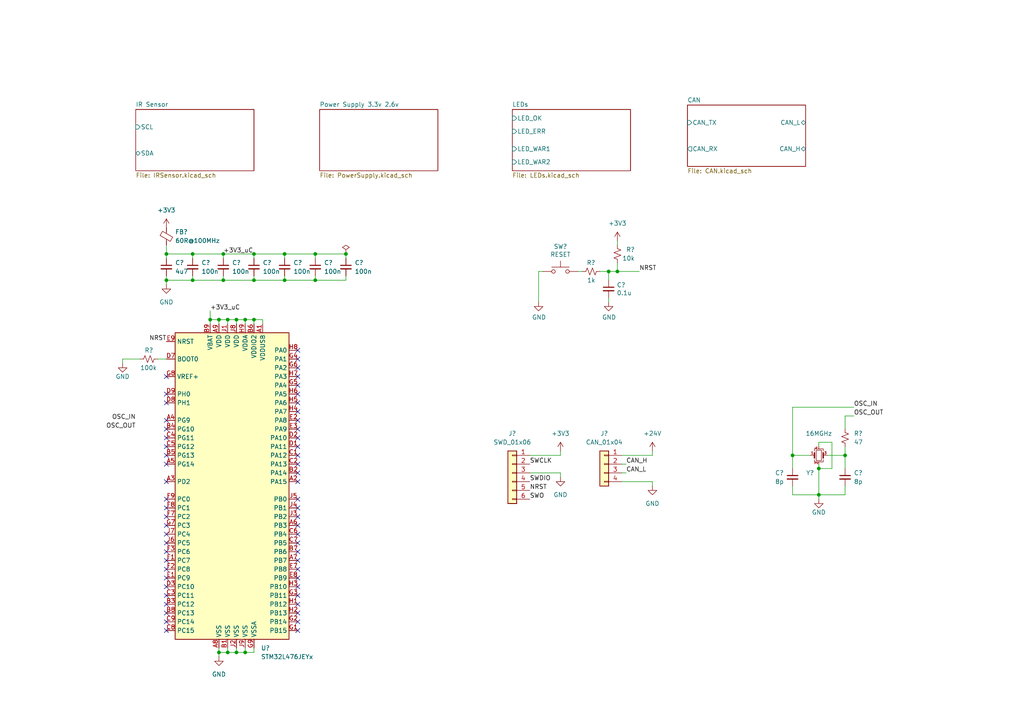
<source format=kicad_sch>
(kicad_sch (version 20211123) (generator eeschema)
  (paper "A4")
  (lib_symbols
    (symbol "Connector_Generic:Conn_01x04" (pin_names (offset 1.016) hide)
      (property "Reference" "J" (at 0 5.08 0))
      (property "Value" "Conn_01x04" (at 0 -7.62 0))
      (symbol "Conn_01x04_1_1"
        (rectangle (start -1.27 -4.953) (end 0 -5.207) (stroke (width 0.1524)))
        (rectangle (start -1.27 -2.413) (end 0 -2.667) (stroke (width 0.1524)))
        (rectangle (start -1.27 0.127) (end 0 -0.127) (stroke (width 0.1524)))
        (rectangle (start -1.27 2.667) (end 0 2.413) (stroke (width 0.1524)))
        (rectangle (start -1.27 3.81) (end 1.27 -6.35) (stroke (width 0.254)) (fill (type background)))
        (pin passive line (at -5.08 2.54 0) (length 3.81) (name "Pin_1") (number "1"))
        (pin passive line (at -5.08 0 0) (length 3.81) (name "Pin_2") (number "2"))
        (pin passive line (at -5.08 -2.54 0) (length 3.81) (name "Pin_3") (number "3"))
        (pin passive line (at -5.08 -5.08 0) (length 3.81) (name "Pin_4") (number "4"))
      )
    )
    (symbol "Connector_Generic:Conn_01x06" (pin_names (offset 1.016) hide)
      (property "Reference" "J" (at 0 7.62 0))
      (property "Value" "Conn_01x06" (at 0 -10.16 0))
      (symbol "Conn_01x06_1_1"
        (rectangle (start -1.27 -7.493) (end 0 -7.747) (stroke (width 0.1524)))
        (rectangle (start -1.27 -4.953) (end 0 -5.207) (stroke (width 0.1524)))
        (rectangle (start -1.27 -2.413) (end 0 -2.667) (stroke (width 0.1524)))
        (rectangle (start -1.27 0.127) (end 0 -0.127) (stroke (width 0.1524)))
        (rectangle (start -1.27 2.667) (end 0 2.413) (stroke (width 0.1524)))
        (rectangle (start -1.27 5.207) (end 0 4.953) (stroke (width 0.1524)))
        (rectangle (start -1.27 6.35) (end 1.27 -8.89) (stroke (width 0.254)) (fill (type background)))
        (pin passive line (at -5.08 5.08 0) (length 3.81) (name "Pin_1") (number "1"))
        (pin passive line (at -5.08 2.54 0) (length 3.81) (name "Pin_2") (number "2"))
        (pin passive line (at -5.08 0 0) (length 3.81) (name "Pin_3") (number "3"))
        (pin passive line (at -5.08 -2.54 0) (length 3.81) (name "Pin_4") (number "4"))
        (pin passive line (at -5.08 -5.08 0) (length 3.81) (name "Pin_5") (number "5"))
        (pin passive line (at -5.08 -7.62 0) (length 3.81) (name "Pin_6") (number "6"))
      )
    )
    (symbol "Device:C_Small" (pin_numbers hide) (pin_names (offset 0.254) hide)
      (property "Reference" "C" (at 0.254 1.778 0))
      (property "Value" "C_Small" (at 0.254 -2.032 0))
      (symbol "C_Small_0_1"
        (polyline (pts (xy -1.524 -0.508) (xy 1.524 -0.508)) (stroke (width 0.3302)))
        (polyline (pts (xy -1.524 0.508) (xy 1.524 0.508)) (stroke (width 0.3048)))
      )
      (symbol "C_Small_1_1"
        (pin passive line (at 0 2.54 270) (length 2.032) (name "~") (number "1"))
        (pin passive line (at 0 -2.54 90) (length 2.032) (name "~") (number "2"))
      )
    )
    (symbol "Device:Crystal_GND24_Small" (pin_names (offset 1.016) hide)
      (property "Reference" "Y" (at 1.27 4.445 0))
      (property "Value" "Crystal_GND24_Small" (at 1.27 2.54 0))
      (symbol "Crystal_GND24_Small_0_1"
        (rectangle (start -0.762 -1.524) (end 0.762 1.524))
        (polyline (pts (xy -1.27 -0.762) (xy -1.27 0.762)) (stroke (width 0.381)))
        (polyline (pts (xy 1.27 -0.762) (xy 1.27 0.762)) (stroke (width 0.381)))
        (polyline (pts (xy -1.27 -1.27) (xy -1.27 -1.905) (xy 1.27 -1.905) (xy 1.27 -1.27)))
        (polyline (pts (xy -1.27 1.27) (xy -1.27 1.905) (xy 1.27 1.905) (xy 1.27 1.27)))
      )
      (symbol "Crystal_GND24_Small_1_1"
        (pin passive line (at -2.54 0 0) (length 1.27) (name "1") (number "1"))
        (pin passive line (at 0 -2.54 90) (length 0.635) (name "2") (number "2"))
        (pin passive line (at 2.54 0 180) (length 1.27) (name "3") (number "3"))
        (pin passive line (at 0 2.54 270) (length 0.635) (name "4") (number "4"))
      )
    )
    (symbol "Device:FerriteBead_Small" (pin_numbers hide) (pin_names (offset 0))
      (property "Reference" "FB" (at 1.905 1.27 0))
      (property "Value" "FerriteBead_Small" (at 1.905 -1.27 0))
      (symbol "FerriteBead_Small_0_1"
        (polyline (pts (xy 0 -1.27) (xy 0 -0.7874)))
        (polyline (pts (xy 0 0.889) (xy 0 1.2954)))
        (polyline (pts (xy -1.8288 0.2794) (xy -1.1176 1.4986) (xy 1.8288 -0.2032) (xy 1.1176 -1.4224) (xy -1.8288 0.2794)))
      )
      (symbol "FerriteBead_Small_1_1"
        (pin passive line (at 0 2.54 270) (length 1.27) (name "~") (number "1"))
        (pin passive line (at 0 -2.54 90) (length 1.27) (name "~") (number "2"))
      )
    )
    (symbol "Device:R_Small_US" (pin_numbers hide) (pin_names (offset 0.254) hide)
      (property "Reference" "R" (at 0.762 0.508 0))
      (property "Value" "R_Small_US" (at 0.762 -1.016 0))
      (symbol "R_Small_US_1_1"
        (polyline (pts (xy 0 0) (xy 1.016 -0.381) (xy 0 -0.762) (xy -1.016 -1.143) (xy 0 -1.524)))
        (polyline (pts (xy 0 1.524) (xy 1.016 1.143) (xy 0 0.762) (xy -1.016 0.381) (xy 0 0)))
        (pin passive line (at 0 2.54 270) (length 1.016) (name "~") (number "1"))
        (pin passive line (at 0 -2.54 90) (length 1.016) (name "~") (number "2"))
      )
    )
    (symbol "MCU_ST_STM32L4:STM32L476JEYx"
      (property "Reference" "U" (at -17.78 44.45 0))
      (property "Value" "STM32L476JEYx" (at 10.16 44.45 0))
      (symbol "STM32L476JEYx_0_1"
        (rectangle (start -17.78 -45.72) (end 15.24 43.18) (stroke (width 0.254)) (fill (type background)))
      )
      (symbol "STM32L476JEYx_1_1"
        (pin power_in line (at 7.62 45.72 270) (length 2.54) (name "VDDUSB") (number "A1"))
        (pin bidirectional line (at 17.78 0 180) (length 2.54) (name "PA15") (number "A2"))
        (pin bidirectional line (at -20.32 0 0) (length 2.54) (name "PD2") (number "A3"))
        (pin bidirectional line (at -20.32 17.78 0) (length 2.54) (name "PG9") (number "A4"))
        (pin bidirectional line (at -20.32 5.08 0) (length 2.54) (name "PG14") (number "A5"))
        (pin bidirectional line (at 17.78 -12.7 180) (length 2.54) (name "PB3") (number "A6"))
        (pin bidirectional line (at 17.78 -22.86 180) (length 2.54) (name "PB7") (number "A7"))
        (pin power_in line (at -5.08 -48.26 90) (length 2.54) (name "VSS") (number "A8"))
        (pin power_in line (at -5.08 45.72 270) (length 2.54) (name "VDD") (number "A9"))
        (pin power_in line (at -2.54 -48.26 90) (length 2.54) (name "VSS") (number "B1"))
        (pin bidirectional line (at 17.78 2.54 180) (length 2.54) (name "PA14") (number "B2"))
        (pin bidirectional line (at -20.32 -35.56 0) (length 2.54) (name "PC12") (number "B3"))
        (pin bidirectional line (at -20.32 15.24 0) (length 2.54) (name "PG10") (number "B4"))
        (pin bidirectional line (at -20.32 7.62 0) (length 2.54) (name "PG13") (number "B5"))
        (pin power_in line (at 5.08 45.72 270) (length 2.54) (name "VDDIO2") (number "B6"))
        (pin bidirectional line (at 17.78 -20.32 180) (length 2.54) (name "PB6") (number "B7"))
        (pin bidirectional line (at -20.32 -38.1 0) (length 2.54) (name "PC13") (number "B8"))
        (pin power_in line (at -7.62 45.72 270) (length 2.54) (name "VBAT") (number "B9"))
        (pin bidirectional line (at 17.78 7.62 180) (length 2.54) (name "PA12") (number "C1"))
        (pin bidirectional line (at 17.78 5.08 180) (length 2.54) (name "PA13") (number "C2"))
        (pin bidirectional line (at -20.32 -33.02 0) (length 2.54) (name "PC11") (number "C3"))
        (pin bidirectional line (at -20.32 12.7 0) (length 2.54) (name "PG11") (number "C4"))
        (pin bidirectional line (at -20.32 10.16 0) (length 2.54) (name "PG12") (number "C5"))
        (pin bidirectional line (at 17.78 -15.24 180) (length 2.54) (name "PB4") (number "C6"))
        (pin bidirectional line (at 17.78 -17.78 180) (length 2.54) (name "PB5") (number "C7"))
        (pin bidirectional line (at -20.32 -43.18 0) (length 2.54) (name "PC15") (number "C8"))
        (pin bidirectional line (at -20.32 -40.64 0) (length 2.54) (name "PC14") (number "C9"))
        (pin bidirectional line (at 17.78 10.16 180) (length 2.54) (name "PA11") (number "D1"))
        (pin bidirectional line (at 17.78 12.7 180) (length 2.54) (name "PA10") (number "D2"))
        (pin bidirectional line (at -20.32 -30.48 0) (length 2.54) (name "PC10") (number "D3"))
        (pin input line (at -20.32 35.56 0) (length 2.54) (name "BOOT0") (number "D7"))
        (pin input line (at -20.32 22.86 0) (length 2.54) (name "PH1") (number "D8"))
        (pin input line (at -20.32 25.4 0) (length 2.54) (name "PH0") (number "D9"))
        (pin bidirectional line (at -20.32 -27.94 0) (length 2.54) (name "PC9") (number "E1"))
        (pin bidirectional line (at 17.78 17.78 180) (length 2.54) (name "PA8") (number "E2"))
        (pin bidirectional line (at 17.78 15.24 180) (length 2.54) (name "PA9") (number "E3"))
        (pin bidirectional line (at 17.78 -25.4 180) (length 2.54) (name "PB8") (number "E7"))
        (pin bidirectional line (at 17.78 -27.94 180) (length 2.54) (name "PB9") (number "E8"))
        (pin input line (at -20.32 40.64 0) (length 2.54) (name "NRST") (number "E9"))
        (pin bidirectional line (at -20.32 -22.86 0) (length 2.54) (name "PC7") (number "F1"))
        (pin bidirectional line (at -20.32 -25.4 0) (length 2.54) (name "PC8") (number "F2"))
        (pin bidirectional line (at -20.32 -20.32 0) (length 2.54) (name "PC6") (number "F3"))
        (pin bidirectional line (at -20.32 -10.16 0) (length 2.54) (name "PC2") (number "F7"))
        (pin bidirectional line (at -20.32 -7.62 0) (length 2.54) (name "PC1") (number "F8"))
        (pin bidirectional line (at -20.32 -5.08 0) (length 2.54) (name "PC0") (number "F9"))
        (pin bidirectional line (at 17.78 -43.18 180) (length 2.54) (name "PB15") (number "G1"))
        (pin bidirectional line (at 17.78 -40.64 180) (length 2.54) (name "PB14") (number "G2"))
        (pin bidirectional line (at 17.78 -33.02 180) (length 2.54) (name "PB11") (number "G3"))
        (pin bidirectional line (at 17.78 35.56 180) (length 2.54) (name "PA1") (number "G4"))
        (pin bidirectional line (at 17.78 27.94 180) (length 2.54) (name "PA4") (number "G5"))
        (pin bidirectional line (at 17.78 33.02 180) (length 2.54) (name "PA2") (number "G6"))
        (pin bidirectional line (at -20.32 -12.7 0) (length 2.54) (name "PC3") (number "G7"))
        (pin bidirectional line (at -20.32 30.48 0) (length 2.54) (name "VREF+") (number "G8"))
        (pin power_in line (at 5.08 -48.26 90) (length 2.54) (name "VSSA") (number "G9"))
        (pin bidirectional line (at 17.78 -35.56 180) (length 2.54) (name "PB12") (number "H1"))
        (pin bidirectional line (at 17.78 -38.1 180) (length 2.54) (name "PB13") (number "H2"))
        (pin bidirectional line (at 17.78 -30.48 180) (length 2.54) (name "PB10") (number "H3"))
        (pin bidirectional line (at 17.78 20.32 180) (length 2.54) (name "PA7") (number "H4"))
        (pin bidirectional line (at 17.78 22.86 180) (length 2.54) (name "PA6") (number "H5"))
        (pin bidirectional line (at 17.78 25.4 180) (length 2.54) (name "PA5") (number "H6"))
        (pin bidirectional line (at 17.78 30.48 180) (length 2.54) (name "PA3") (number "H7"))
        (pin bidirectional line (at 17.78 38.1 180) (length 2.54) (name "PA0") (number "H8"))
        (pin power_in line (at 2.54 45.72 270) (length 2.54) (name "VDDA") (number "H9"))
        (pin power_in line (at -2.54 45.72 270) (length 2.54) (name "VDD") (number "J1"))
        (pin power_in line (at 0 -48.26 90) (length 2.54) (name "VSS") (number "J2"))
        (pin bidirectional line (at 17.78 -10.16 180) (length 2.54) (name "PB2") (number "J3"))
        (pin bidirectional line (at 17.78 -7.62 180) (length 2.54) (name "PB1") (number "J4"))
        (pin bidirectional line (at 17.78 -5.08 180) (length 2.54) (name "PB0") (number "J5"))
        (pin bidirectional line (at -20.32 -17.78 0) (length 2.54) (name "PC5") (number "J6"))
        (pin bidirectional line (at -20.32 -15.24 0) (length 2.54) (name "PC4") (number "J7"))
        (pin power_in line (at 0 45.72 270) (length 2.54) (name "VDD") (number "J8"))
        (pin power_in line (at 2.54 -48.26 90) (length 2.54) (name "VSS") (number "J9"))
      )
    )
    (symbol "SB-Spoko-Bezpieczniki-rescue:C_Small-Device" (pin_numbers hide) (pin_names (offset 0.254) hide)
      (property "Reference" "C" (at 0.254 1.778 0))
      (property "Value" "SB-Spoko-Bezpieczniki-rescue_C_Small-Device" (at 0.254 -2.032 0))
      (symbol "C_Small-Device_0_1"
        (polyline (pts (xy -1.524 -0.508) (xy 1.524 -0.508)) (stroke (width 0.3302)))
        (polyline (pts (xy -1.524 0.508) (xy 1.524 0.508)) (stroke (width 0.3048)))
      )
      (symbol "C_Small-Device_1_1"
        (pin passive line (at 0 2.54 270) (length 2.032) (name "~") (number "1"))
        (pin passive line (at 0 -2.54 90) (length 2.032) (name "~") (number "2"))
      )
    )
    (symbol "SB-Spoko-Bezpieczniki-rescue:GND-power" (power) (pin_names (offset 0))
      (property "Value" "SB-Spoko-Bezpieczniki-rescue_GND-power" (at 0 -3.81 0))
      (symbol "GND-power_0_1"
        (polyline (pts (xy 0 0) (xy 0 -1.27) (xy 1.27 -1.27) (xy 0 -2.54) (xy -1.27 -1.27) (xy 0 -1.27)))
      )
      (symbol "GND-power_1_1"
        (pin power_in line (at 0 0 270) (length 0) hide (name "GND") (number "1"))
      )
    )
    (symbol "SB-Spoko-Bezpieczniki-rescue:SW_Push-Switch" (pin_numbers hide) (pin_names (offset 1.016) hide)
      (property "Reference" "SW" (at 1.27 2.54 0))
      (property "Value" "SB-Spoko-Bezpieczniki-rescue_SW_Push-Switch" (at 0 -1.524 0))
      (symbol "SW_Push-Switch_0_1"
        (circle (center -2.032 0) (radius 0.508))
        (polyline (pts (xy 0 1.27) (xy 0 3.048)))
        (polyline (pts (xy 2.54 1.27) (xy -2.54 1.27)))
        (circle (center 2.032 0) (radius 0.508))
        (pin passive line (at -5.08 0 0) (length 2.54) (name "1") (number "1"))
        (pin passive line (at 5.08 0 180) (length 2.54) (name "2") (number "2"))
      )
    )
    (symbol "power:+24V" (power) (pin_names (offset 0))
      (property "Value" "+24V" (at 0 3.556 0))
      (symbol "+24V_0_1"
        (polyline (pts (xy -0.762 1.27) (xy 0 2.54)))
        (polyline (pts (xy 0 0) (xy 0 2.54)))
        (polyline (pts (xy 0 2.54) (xy 0.762 1.27)))
      )
      (symbol "+24V_1_1"
        (pin power_in line (at 0 0 90) (length 0) hide (name "+24V") (number "1"))
      )
    )
    (symbol "power:+3V3" (power) (pin_names (offset 0))
      (property "Value" "+3V3" (at 0 3.556 0))
      (symbol "+3V3_0_1"
        (polyline (pts (xy -0.762 1.27) (xy 0 2.54)))
        (polyline (pts (xy 0 0) (xy 0 2.54)))
        (polyline (pts (xy 0 2.54) (xy 0.762 1.27)))
      )
      (symbol "+3V3_1_1"
        (pin power_in line (at 0 0 90) (length 0) hide (name "+3V3") (number "1"))
      )
    )
    (symbol "power:GND" (power) (pin_names (offset 0))
      (property "Value" "GND" (at 0 -3.81 0))
      (symbol "GND_0_1"
        (polyline (pts (xy 0 0) (xy 0 -1.27) (xy 1.27 -1.27) (xy 0 -2.54) (xy -1.27 -1.27) (xy 0 -1.27)))
      )
      (symbol "GND_1_1"
        (pin power_in line (at 0 0 270) (length 0) hide (name "GND") (number "1"))
      )
    )
    (symbol "power:PWR_FLAG" (power) (pin_numbers hide) (pin_names (offset 0) hide)
      (property "Value" "PWR_FLAG" (at 0 3.81 0))
      (symbol "PWR_FLAG_0_0"
        (pin power_out line (at 0 0 90) (length 0) (name "pwr") (number "1"))
      )
      (symbol "PWR_FLAG_0_1"
        (polyline (pts (xy 0 0) (xy 0 1.27) (xy -1.016 1.905) (xy 0 2.54) (xy 1.016 1.905) (xy 0 1.27)))
      )
    )
  )
  (junction (at 60.96 92.71))
  (junction (at 48.26 81.28))
  (junction (at 73.66 92.71))
  (junction (at 91.44 73.66))
  (junction (at 179.07 78.74))
  (junction (at 82.55 73.66))
  (junction (at 100.33 73.66))
  (junction (at 55.88 81.28))
  (junction (at 71.12 189.23))
  (junction (at 176.53 78.74))
  (junction (at 71.12 92.71))
  (junction (at 82.55 81.28))
  (junction (at 237.49 143.51))
  (junction (at 63.5 92.71))
  (junction (at 73.66 73.66))
  (junction (at 68.58 189.23))
  (junction (at 245.11 132.08))
  (junction (at 237.49 135.89))
  (junction (at 64.77 73.66))
  (junction (at 64.77 81.28))
  (junction (at 91.44 81.28))
  (junction (at 73.66 81.28))
  (junction (at 48.26 73.66))
  (junction (at 63.5 189.23))
  (junction (at 229.87 132.08))
  (junction (at 66.04 92.71))
  (junction (at 68.58 92.71))
  (junction (at 66.04 189.23))
  (junction (at 55.88 73.66))
  (no_connect (at 86.36 137.16))
  (no_connect (at 86.36 139.7))
  (no_connect (at 86.36 144.78))
  (no_connect (at 48.26 124.46))
  (no_connect (at 48.26 121.92))
  (no_connect (at 48.26 116.84))
  (no_connect (at 48.26 114.3))
  (no_connect (at 48.26 109.22))
  (no_connect (at 48.26 144.78))
  (no_connect (at 48.26 139.7))
  (no_connect (at 48.26 134.62))
  (no_connect (at 48.26 132.08))
  (no_connect (at 48.26 129.54))
  (no_connect (at 48.26 127))
  (no_connect (at 48.26 157.48))
  (no_connect (at 48.26 154.94))
  (no_connect (at 48.26 152.4))
  (no_connect (at 48.26 149.86))
  (no_connect (at 48.26 147.32))
  (no_connect (at 48.26 167.64))
  (no_connect (at 48.26 170.18))
  (no_connect (at 48.26 165.1))
  (no_connect (at 48.26 162.56))
  (no_connect (at 48.26 160.02))
  (no_connect (at 48.26 172.72))
  (no_connect (at 86.36 172.72))
  (no_connect (at 86.36 175.26))
  (no_connect (at 86.36 177.8))
  (no_connect (at 86.36 180.34))
  (no_connect (at 86.36 182.88))
  (no_connect (at 48.26 180.34))
  (no_connect (at 48.26 177.8))
  (no_connect (at 48.26 175.26))
  (no_connect (at 48.26 182.88))
  (no_connect (at 86.36 147.32))
  (no_connect (at 86.36 149.86))
  (no_connect (at 86.36 152.4))
  (no_connect (at 86.36 154.94))
  (no_connect (at 86.36 157.48))
  (no_connect (at 86.36 160.02))
  (no_connect (at 86.36 162.56))
  (no_connect (at 86.36 165.1))
  (no_connect (at 86.36 167.64))
  (no_connect (at 86.36 170.18))
  (no_connect (at 86.36 101.6))
  (no_connect (at 86.36 104.14))
  (no_connect (at 86.36 132.08))
  (no_connect (at 86.36 134.62))
  (no_connect (at 86.36 106.68))
  (no_connect (at 86.36 109.22))
  (no_connect (at 86.36 111.76))
  (no_connect (at 86.36 114.3))
  (no_connect (at 86.36 116.84))
  (no_connect (at 86.36 119.38))
  (no_connect (at 86.36 121.92))
  (no_connect (at 86.36 124.46))
  (no_connect (at 86.36 127))
  (no_connect (at 86.36 129.54))
  (wire (pts (xy 76.2 93.98) (xy 76.2 92.71)))
  (wire (pts (xy 71.12 92.71) (xy 68.58 92.71)))
  (wire (pts (xy 73.66 189.23) (xy 73.66 187.96)))
  (wire (pts (xy 100.33 80.01) (xy 100.33 81.28)))
  (wire (pts (xy 63.5 92.71) (xy 63.5 93.98)))
  (wire (pts (xy 64.77 80.01) (xy 64.77 81.28)))
  (wire (pts (xy 245.11 120.65) (xy 245.11 124.46)))
  (wire (pts (xy 153.67 137.16) (xy 162.56 137.16)))
  (wire (pts (xy 91.44 81.28) (xy 100.33 81.28)))
  (wire (pts (xy 48.26 81.28) (xy 55.88 81.28)))
  (wire (pts (xy 68.58 92.71) (xy 68.58 93.98)))
  (wire (pts (xy 45.72 104.14) (xy 48.26 104.14)))
  (wire (pts (xy 179.07 78.74) (xy 185.42 78.74)))
  (wire (pts (xy 189.23 139.7) (xy 189.23 140.97)))
  (wire (pts (xy 66.04 92.71) (xy 63.5 92.71)))
  (wire (pts (xy 68.58 187.96) (xy 68.58 189.23)))
  (wire (pts (xy 73.66 92.71) (xy 71.12 92.71)))
  (wire (pts (xy 162.56 132.08) (xy 162.56 130.81)))
  (wire (pts (xy 237.49 143.51) (xy 237.49 144.78)))
  (wire (pts (xy 162.56 137.16) (xy 162.56 138.43)))
  (wire (pts (xy 35.56 104.14) (xy 40.64 104.14)))
  (wire (pts (xy 63.5 92.71) (xy 60.96 92.71)))
  (wire (pts (xy 173.99 78.74) (xy 176.53 78.74)))
  (wire (pts (xy 82.55 73.66) (xy 91.44 73.66)))
  (wire (pts (xy 229.87 132.08) (xy 229.87 135.89)))
  (wire (pts (xy 180.34 137.16) (xy 181.61 137.16)))
  (wire (pts (xy 64.77 73.66) (xy 73.66 73.66)))
  (wire (pts (xy 55.88 73.66) (xy 64.77 73.66)))
  (wire (pts (xy 63.5 187.96) (xy 63.5 189.23)))
  (wire (pts (xy 64.77 81.28) (xy 73.66 81.28)))
  (wire (pts (xy 237.49 129.54) (xy 237.49 128.27)))
  (wire (pts (xy 48.26 80.01) (xy 48.26 81.28)))
  (wire (pts (xy 237.49 134.62) (xy 237.49 135.89)))
  (wire (pts (xy 48.26 71.12) (xy 48.26 73.66)))
  (wire (pts (xy 71.12 187.96) (xy 71.12 189.23)))
  (wire (pts (xy 179.07 69.85) (xy 179.07 71.12)))
  (wire (pts (xy 55.88 73.66) (xy 55.88 74.93)))
  (wire (pts (xy 63.5 189.23) (xy 66.04 189.23)))
  (wire (pts (xy 156.21 78.74) (xy 156.21 87.63)))
  (wire (pts (xy 60.96 90.17) (xy 60.96 92.71)))
  (wire (pts (xy 153.67 132.08) (xy 162.56 132.08)))
  (wire (pts (xy 176.53 86.36) (xy 176.53 87.63)))
  (wire (pts (xy 68.58 189.23) (xy 71.12 189.23)))
  (wire (pts (xy 237.49 128.27) (xy 241.3 128.27)))
  (wire (pts (xy 176.53 78.74) (xy 176.53 81.28)))
  (wire (pts (xy 82.55 81.28) (xy 91.44 81.28)))
  (wire (pts (xy 189.23 132.08) (xy 189.23 130.81)))
  (wire (pts (xy 73.66 80.01) (xy 73.66 81.28)))
  (wire (pts (xy 229.87 143.51) (xy 237.49 143.51)))
  (wire (pts (xy 241.3 128.27) (xy 241.3 135.89)))
  (wire (pts (xy 73.66 73.66) (xy 82.55 73.66)))
  (wire (pts (xy 63.5 189.23) (xy 63.5 190.5)))
  (wire (pts (xy 66.04 92.71) (xy 66.04 93.98)))
  (wire (pts (xy 237.49 135.89) (xy 237.49 143.51)))
  (wire (pts (xy 55.88 80.01) (xy 55.88 81.28)))
  (wire (pts (xy 167.64 78.74) (xy 168.91 78.74)))
  (wire (pts (xy 157.48 78.74) (xy 156.21 78.74)))
  (wire (pts (xy 180.34 132.08) (xy 189.23 132.08)))
  (wire (pts (xy 73.66 73.66) (xy 73.66 74.93)))
  (wire (pts (xy 181.61 134.62) (xy 180.34 134.62)))
  (wire (pts (xy 48.26 73.66) (xy 55.88 73.66)))
  (wire (pts (xy 179.07 76.2) (xy 179.07 78.74)))
  (wire (pts (xy 71.12 92.71) (xy 71.12 93.98)))
  (wire (pts (xy 73.66 81.28) (xy 82.55 81.28)))
  (wire (pts (xy 35.56 105.41) (xy 35.56 104.14)))
  (wire (pts (xy 73.66 92.71) (xy 73.66 93.98)))
  (wire (pts (xy 66.04 187.96) (xy 66.04 189.23)))
  (wire (pts (xy 237.49 135.89) (xy 241.3 135.89)))
  (wire (pts (xy 64.77 73.66) (xy 64.77 74.93)))
  (wire (pts (xy 91.44 80.01) (xy 91.44 81.28)))
  (wire (pts (xy 48.26 81.28) (xy 48.26 82.55)))
  (wire (pts (xy 76.2 92.71) (xy 73.66 92.71)))
  (wire (pts (xy 245.11 120.65) (xy 247.65 120.65)))
  (wire (pts (xy 100.33 74.93) (xy 100.33 73.66)))
  (wire (pts (xy 48.26 73.66) (xy 48.26 74.93)))
  (wire (pts (xy 66.04 189.23) (xy 68.58 189.23)))
  (wire (pts (xy 82.55 73.66) (xy 82.55 74.93)))
  (wire (pts (xy 240.03 132.08) (xy 245.11 132.08)))
  (wire (pts (xy 176.53 78.74) (xy 179.07 78.74)))
  (wire (pts (xy 245.11 129.54) (xy 245.11 132.08)))
  (wire (pts (xy 237.49 143.51) (xy 245.11 143.51)))
  (wire (pts (xy 229.87 118.11) (xy 229.87 132.08)))
  (wire (pts (xy 71.12 189.23) (xy 73.66 189.23)))
  (wire (pts (xy 91.44 73.66) (xy 100.33 73.66)))
  (wire (pts (xy 180.34 139.7) (xy 189.23 139.7)))
  (wire (pts (xy 245.11 132.08) (xy 245.11 135.89)))
  (wire (pts (xy 91.44 73.66) (xy 91.44 74.93)))
  (wire (pts (xy 229.87 140.97) (xy 229.87 143.51)))
  (wire (pts (xy 55.88 81.28) (xy 64.77 81.28)))
  (wire (pts (xy 60.96 92.71) (xy 60.96 93.98)))
  (wire (pts (xy 68.58 92.71) (xy 66.04 92.71)))
  (wire (pts (xy 229.87 118.11) (xy 247.65 118.11)))
  (wire (pts (xy 82.55 80.01) (xy 82.55 81.28)))
  (wire (pts (xy 245.11 140.97) (xy 245.11 143.51)))
  (wire (pts (xy 234.95 132.08) (xy 229.87 132.08)))
  (label "CAN_L" (at 181.61 137.16 0))
  (label "NRST" (at 185.42 78.74 0))
  (label "SWCLK" (at 153.67 134.62 0))
  (label "CAN_H" (at 181.61 134.62 0))
  (label "NRST" (at 153.67 142.24 0))
  (label "+3V3_uC" (at 64.77 73.66 0))
  (label "OSC_IN" (at 247.65 118.11 0))
  (label "OSC_OUT" (at 39.37 124.46 180))
  (label "NRST" (at 48.26 99.06 180))
  (label "OSC_OUT" (at 247.65 120.65 0))
  (label "OSC_IN" (at 39.37 121.92 180))
  (label "SWDIO" (at 153.67 139.7 0))
  (label "+3V3_uC" (at 60.96 90.17 0))
  (label "SWO" (at 153.67 144.78 0))
  (symbol (lib_id "Device:R_Small_US") (at 245.11 127 0) (unit 1)
    (property "Reference" "R?" (at 247.65 125.73 0) (effects (justify left)))
    (property "Value" "47" (at 247.65 128.2699 0) (effects (justify left)))
    (property "Footprint" "Resistor_SMD:R_0603_1608Metric" (effects hide))
  )
  (symbol (lib_id "Device:C_Small") (at 229.87 138.43 0) (unit 1)
    (property "Reference" "C?" (at 224.79 137.16 0) (effects (justify left)))
    (property "Value" "8p" (at 224.79 139.7 0) (effects (justify left)))
    (property "Footprint" "Capacitor_SMD:C_0603_1608Metric" (effects hide))
  )
  (symbol (lib_id "power:GND") (at 63.5 190.5 0) (unit 1)
    (property "Reference" "#PWR?" (effects hide))
    (property "Value" "GND" (at 63.5 195.58 0))
  )
  (symbol (lib_id "SB-Spoko-Bezpieczniki-rescue:GND-power") (at 156.21 87.63 0) (unit 1)
    (property "Reference" "#PWR?" (effects hide))
    (property "Value" "GND" (at 156.337 92.0242 0))
  )
  (symbol (lib_id "power:GND") (at 237.49 144.78 0) (unit 1)
    (property "Reference" "#PWR?" (effects hide))
    (property "Value" "GND" (at 237.49 148.59 0))
  )
  (symbol (lib_id "Device:R_Small_US") (at 179.07 73.66 180) (unit 1)
    (property "Reference" "R?" (at 184.15 72.39 0) (effects (justify left)))
    (property "Value" "10k" (at 184.15 74.93 0) (effects (justify left)))
    (property "Footprint" "Resistor_SMD:R_0603_1608Metric" (effects hide))
  )
  (symbol (lib_id "power:GND") (at 189.23 140.97 0) (mirror y) (unit 1)
    (property "Reference" "#PWR?" (effects hide))
    (property "Value" "GND" (at 189.23 146.05 0))
  )
  (symbol (lib_id "power:+3V3") (at 179.07 69.85 0) (unit 1)
    (property "Reference" "#PWR?" (effects hide))
    (property "Value" "+3V3" (at 179.07 64.77 0))
  )
  (symbol (lib_id "Device:C_Small") (at 73.66 77.47 0) (unit 1)
    (property "Reference" "C?" (at 76.2 76.2062 0) (effects (justify left)))
    (property "Value" "100n" (at 76.2 78.7462 0) (effects (justify left)))
    (property "Footprint" "Capacitor_SMD:C_0603_1608Metric" (effects hide))
  )
  (symbol (lib_id "Device:R_Small_US") (at 43.18 104.14 270) (unit 1)
    (property "Reference" "R?" (at 41.91 101.6 90) (effects (justify left)))
    (property "Value" "100k" (at 40.64 106.68 90) (effects (justify left)))
    (property "Footprint" "Resistor_SMD:R_0603_1608Metric" (effects hide))
  )
  (symbol (lib_id "Connector_Generic:Conn_01x04") (at 175.26 134.62 0) (mirror y) (unit 1)
    (property "Reference" "J?" (at 175.26 125.73 0))
    (property "Value" "CAN_01x04" (at 175.26 128.27 0))
    (property "Footprint" "SOLDER_PAD_01x04:SolderWirePad_1x04_SMD_1x2mm" (effects hide))
  )
  (symbol (lib_id "Device:FerriteBead_Small") (at 48.26 68.58 0) (unit 1)
    (property "Reference" "FB?" (at 50.8 67.2718 0) (effects (justify left)))
    (property "Value" "60R@100MHz" (at 50.8 69.8118 0) (effects (justify left)))
    (property "Footprint" "Inductor_SMD:L_0603_1608Metric" (effects hide))
  )
  (symbol (lib_id "Device:C_Small") (at 82.55 77.47 0) (unit 1)
    (property "Reference" "C?" (at 85.09 76.2062 0) (effects (justify left)))
    (property "Value" "100n" (at 85.09 78.7462 0) (effects (justify left)))
    (property "Footprint" "Capacitor_SMD:C_0603_1608Metric" (effects hide))
  )
  (symbol (lib_id "power:GND") (at 162.56 138.43 0) (mirror y) (unit 1)
    (property "Reference" "#PWR?" (effects hide))
    (property "Value" "GND" (at 162.56 143.51 0))
  )
  (symbol (lib_id "power:PWR_FLAG") (at 100.33 73.66 0) (unit 1)
    (property "Reference" "#FLG?" (effects hide))
    (property "Value" "PWR_FLAG" (effects hide))
  )
  (symbol (lib_id "power:+24V") (at 189.23 130.81 0) (unit 1)
    (property "Reference" "#PWR?" (effects hide))
    (property "Value" "+24V" (at 189.23 125.73 0))
  )
  (symbol (lib_id "power:+3V3") (at 48.26 66.04 0) (unit 1)
    (property "Reference" "#PWR?" (effects hide))
    (property "Value" "+3V3" (at 48.26 60.96 0))
  )
  (symbol (lib_id "SB-Spoko-Bezpieczniki-rescue:SW_Push-Switch") (at 162.56 78.74 0) (unit 1)
    (property "Reference" "SW?" (at 162.56 71.501 0))
    (property "Value" "RESET" (at 162.56 73.8124 0))
    (property "Footprint" "BUTTON:434781025816" (effects hide))
  )
  (symbol (lib_id "Device:R_Small_US") (at 171.45 78.74 90) (unit 1)
    (property "Reference" "R?" (at 172.72 76.2 90) (effects (justify left)))
    (property "Value" "1k" (at 172.72 81.28 90) (effects (justify left)))
    (property "Footprint" "Resistor_SMD:R_0603_1608Metric" (effects hide))
  )
  (symbol (lib_id "Device:C_Small") (at 64.77 77.47 0) (unit 1)
    (property "Reference" "C?" (at 67.31 76.2062 0) (effects (justify left)))
    (property "Value" "100n" (at 67.31 78.7462 0) (effects (justify left)))
    (property "Footprint" "Capacitor_SMD:C_0603_1608Metric" (effects hide))
  )
  (symbol (lib_id "power:+3V3") (at 162.56 130.81 0) (mirror y) (unit 1)
    (property "Reference" "#PWR?" (effects hide))
    (property "Value" "+3V3" (at 162.56 125.73 0))
  )
  (symbol (lib_id "power:GND") (at 35.56 105.41 0) (unit 1)
    (property "Reference" "#PWR?" (effects hide))
    (property "Value" "GND" (at 35.56 109.22 0))
  )
  (symbol (lib_id "Device:C_Small") (at 91.44 77.47 0) (unit 1)
    (property "Reference" "C?" (at 93.98 76.2062 0) (effects (justify left)))
    (property "Value" "100n" (at 93.98 78.7462 0) (effects (justify left)))
    (property "Footprint" "Capacitor_SMD:C_0603_1608Metric" (effects hide))
  )
  (symbol (lib_id "MCU_ST_STM32L4:STM32L476JEYx") (at 68.58 139.7 0) (unit 1)
    (property "Reference" "U?" (at 75.6794 187.96 0) (effects (justify left)))
    (property "Value" "STM32L476JEYx" (at 75.6794 190.5 0) (effects (justify left)))
    (property "Footprint" "Package_CSP:ST_WLCSP-72_Die415" (effects hide))
    (property "Datasheet" "http://www.st.com/st-web-ui/static/active/en/resource/technical/document/datasheet/DM00108832.pdf" (effects hide))
  )
  (symbol (lib_id "Device:C_Small") (at 100.33 77.47 0) (unit 1)
    (property "Reference" "C?" (at 102.87 76.2062 0) (effects (justify left)))
    (property "Value" "100n" (at 102.87 78.7462 0) (effects (justify left)))
    (property "Footprint" "Capacitor_SMD:C_0603_1608Metric" (effects hide))
  )
  (symbol (lib_id "Device:C_Small") (at 245.11 138.43 0) (unit 1)
    (property "Reference" "C?" (at 247.65 137.1662 0) (effects (justify left)))
    (property "Value" "8p" (at 247.65 139.7062 0) (effects (justify left)))
    (property "Footprint" "Capacitor_SMD:C_0603_1608Metric" (effects hide))
  )
  (symbol (lib_id "SB-Spoko-Bezpieczniki-rescue:C_Small-Device") (at 176.53 83.82 0) (unit 1)
    (property "Reference" "C?" (at 178.8668 82.6516 0) (effects (justify left)))
    (property "Value" "0.1u" (at 178.8668 84.963 0) (effects (justify left)))
    (property "Footprint" "Capacitor_SMD:C_0603_1608Metric" (effects hide))
  )
  (symbol (lib_id "Device:Crystal_GND24_Small") (at 237.49 132.08 0) (unit 1)
    (property "Reference" "Y?" (at 234.95 137.16 0))
    (property "Value" "16MGHz" (at 237.49 125.73 0))
    (property "Footprint" "Crystal:Crystal_SMD_SeikoEpson_TSX3225-4Pin_3.2x2.5mm" (effects hide))
  )
  (symbol (lib_id "Connector_Generic:Conn_01x06") (at 148.59 137.16 0) (mirror y) (unit 1)
    (property "Reference" "J?" (at 148.59 125.73 0))
    (property "Value" "SWD_01x06" (at 148.59 128.27 0))
    (property "Footprint" "Connector_PinHeader_2.54mm:PinHeader_1x06_P2.54mm_Vertical" (effects hide))
  )
  (symbol (lib_id "SB-Spoko-Bezpieczniki-rescue:GND-power") (at 176.53 87.63 0) (unit 1)
    (property "Reference" "#PWR?" (effects hide))
    (property "Value" "GND" (at 176.657 92.0242 0))
  )
  (symbol (lib_id "Device:C_Small") (at 55.88 77.47 0) (unit 1)
    (property "Reference" "C?" (at 58.42 76.2062 0) (effects (justify left)))
    (property "Value" "100n" (at 58.42 78.7462 0) (effects (justify left)))
    (property "Footprint" "Capacitor_SMD:C_0603_1608Metric" (effects hide))
  )
  (symbol (lib_id "power:GND") (at 48.26 82.55 0) (unit 1)
    (property "Reference" "#PWR?" (effects hide))
    (property "Value" "GND" (at 48.26 87.63 0))
  )
  (symbol (lib_id "Device:C_Small") (at 48.26 77.47 0) (unit 1)
    (property "Reference" "C?" (at 50.8 76.2062 0) (effects (justify left)))
    (property "Value" "4u7" (at 50.8 78.7462 0) (effects (justify left)))
    (property "Footprint" "Capacitor_SMD:C_0603_1608Metric" (effects hide))
  )
  (sheet (at 92.71 31.75) (size 34.29 17.78) (stroke (width 0.1524))
    (property "Sheet name" "Power Supply 3.3v 2.6v" (at 92.71 31.0384 0) (effects (justify left bottom)))
    (property "Sheet file" "PowerSupply.kicad_sch" (at 92.71 50.1146 0) (effects (justify left top)))
  )
  (sheet (at 199.39 30.48) (size 34.29 17.78) (stroke (width 0.1524))
    (property "Sheet name" "CAN" (at 199.39 29.7684 0) (effects (justify left bottom)))
    (property "Sheet file" "CAN.kicad_sch" (at 199.39 48.8446 0) (effects (justify left top)))
    (pin "CAN_L" bidirectional (at 233.68 35.56 0))
    (pin "CAN_H" bidirectional (at 233.68 43.18 0))
    (pin "CAN_TX" input (at 199.39 35.56 180))
    (pin "CAN_RX" output (at 199.39 43.18 180))
  )
  (sheet (at 39.37 31.75) (size 34.29 17.78) (stroke (width 0.1524))
    (property "Sheet name" "IR Sensor" (at 39.37 31.0384 0) (effects (justify left bottom)))
    (property "Sheet file" "IRSensor.kicad_sch" (at 39.37 50.1146 0) (effects (justify left top)))
    (pin "SCL" input (at 39.37 36.83 180))
    (pin "SDA" bidirectional (at 39.37 44.45 180))
  )
  (sheet (at 148.59 31.75) (size 34.29 17.78) (stroke (width 0.1524))
    (property "Sheet name" "LEDs" (at 148.59 31.0384 0) (effects (justify left bottom)))
    (property "Sheet file" "LEDs.kicad_sch" (at 148.59 50.1146 0) (effects (justify left top)))
    (pin "LED_WAR1" input (at 148.59 43.18 180))
    (pin "LED_ERR" input (at 148.59 38.1 180))
    (pin "LED_OK" input (at 148.59 34.29 180))
    (pin "LED_WAR2" input (at 148.59 46.99 180))
  )
)
</source>
